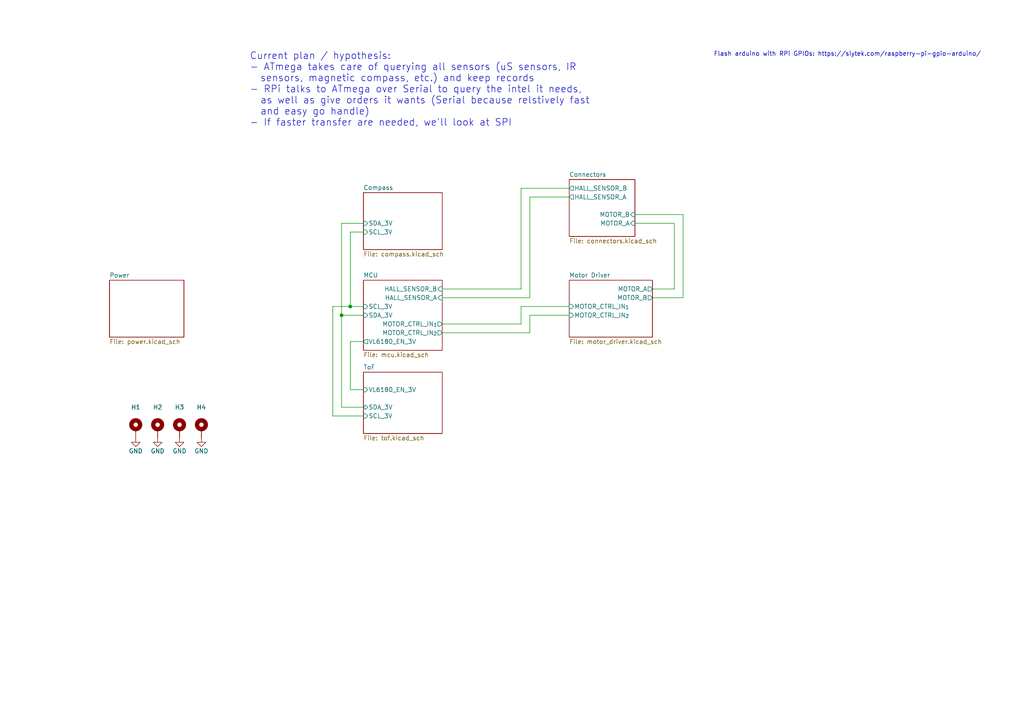
<source format=kicad_sch>
(kicad_sch (version 20230121) (generator eeschema)
  (paper "A4")
  (title_block (title "FooBot-Tests") (date "2023-03-17") (rev "1.0.0") (company "nschoe's labs"))
  (lib_symbols
    (symbol "Mechanical:MountingHole_Pad" (pin_numbers hide) (pin_names (offset 1.016) hide)
      (property "Reference" "H" (at 0 6.35 0))
      (property "Value" "MountingHole_Pad" (at 0 4.445 0))
      (symbol "MountingHole_Pad_0_1"
        (circle (center 0 1.27) (radius 1.27) (stroke (width 1.27)))
      )
      (symbol "MountingHole_Pad_1_1"
        (pin input line (at 0 -2.54 90) (length 2.54) (name "1") (number "1"))
      )
    )
    (symbol "power:GND" (power) (pin_names (offset 0))
      (property "Value" "GND" (at 0 -3.81 0))
      (symbol "GND_0_1"
        (polyline (pts (xy 0 0) (xy 0 -1.27) (xy 1.27 -1.27) (xy 0 -2.54) (xy -1.27 -1.27) (xy 0 -1.27)))
      )
      (symbol "GND_1_1"
        (pin power_in line (at 0 0 270) (length 0) hide (name "GND") (number "1"))
      )
    )
  )
  (junction (at 99.06 91.44))
  (junction (at 101.6 88.9))
  (wire (pts (xy 195.58 64.77) (xy 184.15 64.77)))
  (wire (pts (xy 153.67 57.15) (xy 153.67 86.36)))
  (wire (pts (xy 99.06 91.44) (xy 105.41 91.44)))
  (wire (pts (xy 101.6 88.9) (xy 105.41 88.9)))
  (wire (pts (xy 189.23 83.82) (xy 195.58 83.82)))
  (wire (pts (xy 105.41 64.77) (xy 99.06 64.77)))
  (wire (pts (xy 198.12 62.23) (xy 198.12 86.36)))
  (wire (pts (xy 151.13 54.61) (xy 165.1 54.61)))
  (wire (pts (xy 128.27 96.52) (xy 153.67 96.52)))
  (wire (pts (xy 96.52 120.65) (xy 105.41 120.65)))
  (wire (pts (xy 128.27 83.82) (xy 151.13 83.82)))
  (wire (pts (xy 101.6 67.31) (xy 101.6 88.9)))
  (wire (pts (xy 195.58 83.82) (xy 195.58 64.77)))
  (wire (pts (xy 101.6 99.06) (xy 105.41 99.06)))
  (wire (pts (xy 151.13 93.98) (xy 151.13 88.9)))
  (wire (pts (xy 105.41 67.31) (xy 101.6 67.31)))
  (wire (pts (xy 105.41 113.03) (xy 101.6 113.03)))
  (wire (pts (xy 99.06 64.77) (xy 99.06 91.44)))
  (wire (pts (xy 165.1 57.15) (xy 153.67 57.15)))
  (wire (pts (xy 153.67 86.36) (xy 128.27 86.36)))
  (wire (pts (xy 99.06 91.44) (xy 99.06 118.11)))
  (wire (pts (xy 128.27 93.98) (xy 151.13 93.98)))
  (wire (pts (xy 184.15 62.23) (xy 198.12 62.23)))
  (wire (pts (xy 96.52 88.9) (xy 96.52 120.65)))
  (wire (pts (xy 101.6 88.9) (xy 96.52 88.9)))
  (wire (pts (xy 153.67 91.44) (xy 165.1 91.44)))
  (wire (pts (xy 151.13 83.82) (xy 151.13 54.61)))
  (wire (pts (xy 153.67 96.52) (xy 153.67 91.44)))
  (wire (pts (xy 151.13 88.9) (xy 165.1 88.9)))
  (wire (pts (xy 101.6 113.03) (xy 101.6 99.06)))
  (wire (pts (xy 99.06 118.11) (xy 105.41 118.11)))
  (wire (pts (xy 198.12 86.36) (xy 189.23 86.36)))
  (text "Current plan / hypothesis:\n- ATmega takes care of querying all sensors (uS sensors, IR\n  sensors, magnetic compass, etc.) and keep records\n- RPi talks to ATmega over Serial to query the intel it needs,\n  as well as give orders it wants (Serial because relstively fast\n  and easy go handle)\n- If faster transfer are needed, we'll look at SPI" (at 72.39 36.83 0) (effects (font (size 2 2)) (justify left bottom)))
  (text "Flash arduino with RPi GPIOs: https://siytek.com/raspberry-pi-gpio-arduino/" (at 207.01 16.51 0) (effects (font (size 1.27 1.27)) (justify left bottom)))
  (symbol (lib_id "Mechanical:MountingHole_Pad") (at 39.37 124.46 0) (unit 1)
    (property "Reference" "H1" (at 39.37 118.11 0))
    (property "Value" "MountingHole_Pad" (effects hide))
    (property "Footprint" "MountingHole:MountingHole_2.7mm_M2.5_ISO14580_Pad" (effects hide))
  )
  (symbol (lib_id "Mechanical:MountingHole_Pad") (at 58.42 124.46 0) (unit 1)
    (property "Reference" "H4" (at 58.42 118.11 0))
    (property "Value" "MountingHole_Pad" (effects hide))
    (property "Footprint" "MountingHole:MountingHole_2.7mm_M2.5_ISO14580_Pad" (effects hide))
  )
  (symbol (lib_id "Mechanical:MountingHole_Pad") (at 45.72 124.46 0) (unit 1)
    (property "Reference" "H2" (at 45.72 118.11 0))
    (property "Value" "MountingHole_Pad" (effects hide))
    (property "Footprint" "MountingHole:MountingHole_2.7mm_M2.5_ISO14580_Pad" (effects hide))
  )
  (symbol (lib_id "Mechanical:MountingHole_Pad") (at 52.07 124.46 0) (unit 1)
    (property "Reference" "H3" (at 52.07 118.11 0))
    (property "Value" "MountingHole_Pad" (effects hide))
    (property "Footprint" "MountingHole:MountingHole_2.7mm_M2.5_ISO14580_Pad" (effects hide))
  )
  (symbol (lib_id "power:GND") (at 52.07 127 0) (unit 1)
    (property "Reference" "#PWR077" (effects hide))
    (property "Value" "GND" (at 52.07 130.81 0))
  )
  (symbol (lib_id "power:GND") (at 39.37 127 0) (unit 1)
    (property "Reference" "#PWR075" (effects hide))
    (property "Value" "GND" (at 39.37 130.81 0))
  )
  (symbol (lib_id "power:GND") (at 58.42 127 0) (unit 1)
    (property "Reference" "#PWR078" (effects hide))
    (property "Value" "GND" (at 58.42 130.81 0))
  )
  (symbol (lib_id "power:GND") (at 45.72 127 0) (unit 1)
    (property "Reference" "#PWR076" (effects hide))
    (property "Value" "GND" (at 45.72 130.81 0))
  )
  (sheet (at 31.75 81.28) (size 21.59 16.51) (stroke (width 0.1524))
    (property "Sheetname" "Power" (at 31.75 80.5684 0) (effects (justify left bottom)))
    (property "Sheetfile" "power.kicad_sch" (at 31.75 98.3746 0) (effects (justify left top)))
  )
  (sheet (at 165.1 81.28) (size 24.13 16.51) (stroke (width 0.1524))
    (property "Sheetname" "Motor Driver" (at 165.1 80.5684 0) (effects (justify left bottom)))
    (property "Sheetfile" "motor_driver.kicad_sch" (at 165.1 98.3746 0) (effects (justify left top)))
    (pin "MOTOR_CTRL_IN_{2}" input (at 165.1 91.44 180))
    (pin "MOTOR_CTRL_IN_{1}" input (at 165.1 88.9 180))
    (pin "MOTOR_A" output (at 189.23 83.82 0))
    (pin "MOTOR_B" output (at 189.23 86.36 0))
  )
  (sheet (at 105.41 81.28) (size 22.86 20.32) (stroke (width 0.1524))
    (property "Sheetname" "MCU" (at 105.41 80.5684 0) (effects (justify left bottom)))
    (property "Sheetfile" "mcu.kicad_sch" (at 105.41 102.1846 0) (effects (justify left top)))
    (pin "HALL_SENSOR_B" input (at 128.27 83.82 0))
    (pin "HALL_SENSOR_A" input (at 128.27 86.36 0))
    (pin "SCL_3V" input (at 105.41 88.9 180))
    (pin "SDA_3V" input (at 105.41 91.44 180))
    (pin "MOTOR_CTRL_IN_{1}" output (at 128.27 93.98 0))
    (pin "MOTOR_CTRL_IN_{2}" output (at 128.27 96.52 0))
    (pin "VL6180_EN_3V" output (at 105.41 99.06 180))
  )
  (sheet (at 105.41 107.95) (size 22.86 17.78) (stroke (width 0.1524))
    (property "Sheetname" "ToF" (at 105.41 107.2384 0) (effects (justify left bottom)))
    (property "Sheetfile" "tof.kicad_sch" (at 105.41 126.3146 0) (effects (justify left top)))
    (pin "VL6180_EN_3V" input (at 105.41 113.03 180))
    (pin "SCL_3V" input (at 105.41 120.65 180))
    (pin "SDA_3V" bidirectional (at 105.41 118.11 180))
  )
  (sheet (at 165.1 52.07) (size 19.05 16.51) (stroke (width 0.1524))
    (property "Sheetname" "Connectors" (at 165.1 51.3584 0) (effects (justify left bottom)))
    (property "Sheetfile" "connectors.kicad_sch" (at 165.1 69.1646 0) (effects (justify left top)))
    (pin "HALL_SENSOR_A" output (at 165.1 57.15 180))
    (pin "HALL_SENSOR_B" output (at 165.1 54.61 180))
    (pin "MOTOR_B" input (at 184.15 62.23 0))
    (pin "MOTOR_A" input (at 184.15 64.77 0))
  )
  (sheet (at 105.41 55.88) (size 22.86 16.51) (stroke (width 0.1524))
    (property "Sheetname" "Compass" (at 105.41 55.1684 0) (effects (justify left bottom)))
    (property "Sheetfile" "compass.kicad_sch" (at 105.41 72.9746 0) (effects (justify left top)))
    (pin "SCL_3V" input (at 105.41 67.31 180))
    (pin "SDA_3V" input (at 105.41 64.77 180))
  )
)
</source>
